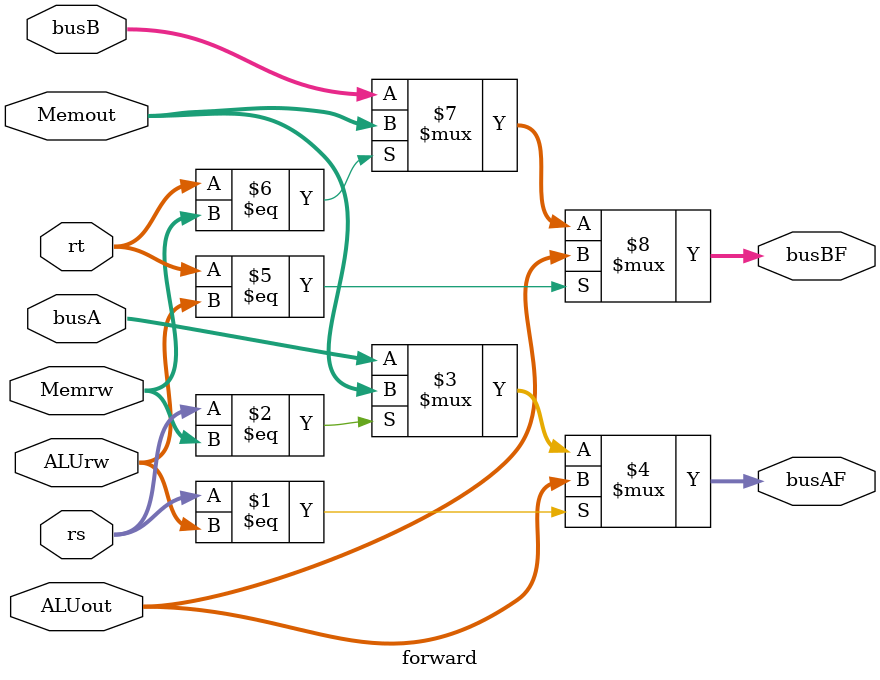
<source format=v>
module forward (rs, rt, busA, busB, ALUout, ALUrw, Memout, Memrw, busAF, busBF);

	input [4:0] rs, rt, ALUrw, Memrw;
	input [31:0] busA, busB, ALUout, Memout;
	output [31:0] busAF;
	output [31:0] busBF;
	//reg busAF, busBF;

	assign busAF = 	(rs == ALUrw) ? ALUout :
			(rs == Memrw) ? Memout :
			busA;

	assign busBF =	(rt == ALUrw) ? ALUout :
			(rt == Memrw) ? Memout :
			busB;

/*
	always @(rs or ALUrw or Memrw or busA or ALUout or Memout)
  	begin
    	if (rs == ALUrw)
      		busAF = ALUout;
    	else if (rs == Memrw)
      		busAF = Memout;
    	else
      		busAF = busA;

    	if (rt == ALUrw)
      		busBF = ALUout;
    	else if (rt == Memrw)
      		busBF = Memout;
    	else
      		busBF = busB;
  	end
/*
  	always @(rt or ALUrw or Memrw or busB or ALUout or Memout)
  	begin
    	if (rt == ALUrw)
      		busBF = ALUout;
    	else if (rt == Memrw)
      		busBF = Memout;
    	else
      		busBF = busB;
  	end*/
endmodule

</source>
